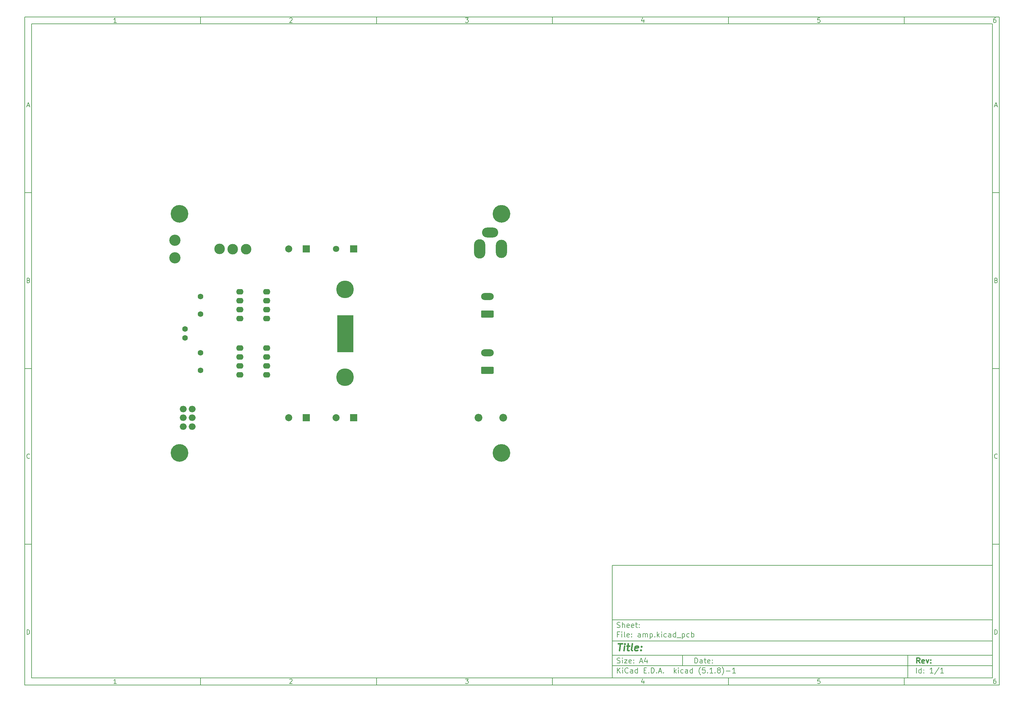
<source format=gbs>
G04 #@! TF.GenerationSoftware,KiCad,Pcbnew,(5.1.8)-1*
G04 #@! TF.CreationDate,2021-03-01T21:59:05+08:00*
G04 #@! TF.ProjectId,amp,616d702e-6b69-4636-9164-5f7063625858,rev?*
G04 #@! TF.SameCoordinates,Original*
G04 #@! TF.FileFunction,Soldermask,Bot*
G04 #@! TF.FilePolarity,Negative*
%FSLAX46Y46*%
G04 Gerber Fmt 4.6, Leading zero omitted, Abs format (unit mm)*
G04 Created by KiCad (PCBNEW (5.1.8)-1) date 2021-03-01 21:59:05*
%MOMM*%
%LPD*%
G01*
G04 APERTURE LIST*
%ADD10C,0.150000*%
%ADD11C,0.300000*%
%ADD12C,0.400000*%
%ADD13C,2.000000*%
%ADD14C,0.100000*%
%ADD15C,5.000000*%
%ADD16O,3.600000X2.000000*%
%ADD17C,2.560000*%
%ADD18C,1.600000*%
%ADD19O,2.200000X2.200000*%
%ADD20O,2.000000X1.800000*%
%ADD21C,3.200000*%
%ADD22C,3.000000*%
%ADD23O,4.600000X2.800000*%
%ADD24O,3.200000X5.500000*%
%ADD25O,3.200000X5.200000*%
%ADD26O,2.100000X1.600000*%
%ADD27C,1.800000*%
%ADD28R,2.000000X2.000000*%
%ADD29C,2.000000*%
G04 APERTURE END LIST*
D10*
X177002200Y-166007200D02*
X177002200Y-198007200D01*
X285002200Y-198007200D01*
X285002200Y-166007200D01*
X177002200Y-166007200D01*
X10000000Y-10000000D02*
X10000000Y-200007200D01*
X287002200Y-200007200D01*
X287002200Y-10000000D01*
X10000000Y-10000000D01*
X12000000Y-12000000D02*
X12000000Y-198007200D01*
X285002200Y-198007200D01*
X285002200Y-12000000D01*
X12000000Y-12000000D01*
X60000000Y-12000000D02*
X60000000Y-10000000D01*
X110000000Y-12000000D02*
X110000000Y-10000000D01*
X160000000Y-12000000D02*
X160000000Y-10000000D01*
X210000000Y-12000000D02*
X210000000Y-10000000D01*
X260000000Y-12000000D02*
X260000000Y-10000000D01*
X36065476Y-11588095D02*
X35322619Y-11588095D01*
X35694047Y-11588095D02*
X35694047Y-10288095D01*
X35570238Y-10473809D01*
X35446428Y-10597619D01*
X35322619Y-10659523D01*
X85322619Y-10411904D02*
X85384523Y-10350000D01*
X85508333Y-10288095D01*
X85817857Y-10288095D01*
X85941666Y-10350000D01*
X86003571Y-10411904D01*
X86065476Y-10535714D01*
X86065476Y-10659523D01*
X86003571Y-10845238D01*
X85260714Y-11588095D01*
X86065476Y-11588095D01*
X135260714Y-10288095D02*
X136065476Y-10288095D01*
X135632142Y-10783333D01*
X135817857Y-10783333D01*
X135941666Y-10845238D01*
X136003571Y-10907142D01*
X136065476Y-11030952D01*
X136065476Y-11340476D01*
X136003571Y-11464285D01*
X135941666Y-11526190D01*
X135817857Y-11588095D01*
X135446428Y-11588095D01*
X135322619Y-11526190D01*
X135260714Y-11464285D01*
X185941666Y-10721428D02*
X185941666Y-11588095D01*
X185632142Y-10226190D02*
X185322619Y-11154761D01*
X186127380Y-11154761D01*
X236003571Y-10288095D02*
X235384523Y-10288095D01*
X235322619Y-10907142D01*
X235384523Y-10845238D01*
X235508333Y-10783333D01*
X235817857Y-10783333D01*
X235941666Y-10845238D01*
X236003571Y-10907142D01*
X236065476Y-11030952D01*
X236065476Y-11340476D01*
X236003571Y-11464285D01*
X235941666Y-11526190D01*
X235817857Y-11588095D01*
X235508333Y-11588095D01*
X235384523Y-11526190D01*
X235322619Y-11464285D01*
X285941666Y-10288095D02*
X285694047Y-10288095D01*
X285570238Y-10350000D01*
X285508333Y-10411904D01*
X285384523Y-10597619D01*
X285322619Y-10845238D01*
X285322619Y-11340476D01*
X285384523Y-11464285D01*
X285446428Y-11526190D01*
X285570238Y-11588095D01*
X285817857Y-11588095D01*
X285941666Y-11526190D01*
X286003571Y-11464285D01*
X286065476Y-11340476D01*
X286065476Y-11030952D01*
X286003571Y-10907142D01*
X285941666Y-10845238D01*
X285817857Y-10783333D01*
X285570238Y-10783333D01*
X285446428Y-10845238D01*
X285384523Y-10907142D01*
X285322619Y-11030952D01*
X60000000Y-198007200D02*
X60000000Y-200007200D01*
X110000000Y-198007200D02*
X110000000Y-200007200D01*
X160000000Y-198007200D02*
X160000000Y-200007200D01*
X210000000Y-198007200D02*
X210000000Y-200007200D01*
X260000000Y-198007200D02*
X260000000Y-200007200D01*
X36065476Y-199595295D02*
X35322619Y-199595295D01*
X35694047Y-199595295D02*
X35694047Y-198295295D01*
X35570238Y-198481009D01*
X35446428Y-198604819D01*
X35322619Y-198666723D01*
X85322619Y-198419104D02*
X85384523Y-198357200D01*
X85508333Y-198295295D01*
X85817857Y-198295295D01*
X85941666Y-198357200D01*
X86003571Y-198419104D01*
X86065476Y-198542914D01*
X86065476Y-198666723D01*
X86003571Y-198852438D01*
X85260714Y-199595295D01*
X86065476Y-199595295D01*
X135260714Y-198295295D02*
X136065476Y-198295295D01*
X135632142Y-198790533D01*
X135817857Y-198790533D01*
X135941666Y-198852438D01*
X136003571Y-198914342D01*
X136065476Y-199038152D01*
X136065476Y-199347676D01*
X136003571Y-199471485D01*
X135941666Y-199533390D01*
X135817857Y-199595295D01*
X135446428Y-199595295D01*
X135322619Y-199533390D01*
X135260714Y-199471485D01*
X185941666Y-198728628D02*
X185941666Y-199595295D01*
X185632142Y-198233390D02*
X185322619Y-199161961D01*
X186127380Y-199161961D01*
X236003571Y-198295295D02*
X235384523Y-198295295D01*
X235322619Y-198914342D01*
X235384523Y-198852438D01*
X235508333Y-198790533D01*
X235817857Y-198790533D01*
X235941666Y-198852438D01*
X236003571Y-198914342D01*
X236065476Y-199038152D01*
X236065476Y-199347676D01*
X236003571Y-199471485D01*
X235941666Y-199533390D01*
X235817857Y-199595295D01*
X235508333Y-199595295D01*
X235384523Y-199533390D01*
X235322619Y-199471485D01*
X285941666Y-198295295D02*
X285694047Y-198295295D01*
X285570238Y-198357200D01*
X285508333Y-198419104D01*
X285384523Y-198604819D01*
X285322619Y-198852438D01*
X285322619Y-199347676D01*
X285384523Y-199471485D01*
X285446428Y-199533390D01*
X285570238Y-199595295D01*
X285817857Y-199595295D01*
X285941666Y-199533390D01*
X286003571Y-199471485D01*
X286065476Y-199347676D01*
X286065476Y-199038152D01*
X286003571Y-198914342D01*
X285941666Y-198852438D01*
X285817857Y-198790533D01*
X285570238Y-198790533D01*
X285446428Y-198852438D01*
X285384523Y-198914342D01*
X285322619Y-199038152D01*
X10000000Y-60000000D02*
X12000000Y-60000000D01*
X10000000Y-110000000D02*
X12000000Y-110000000D01*
X10000000Y-160000000D02*
X12000000Y-160000000D01*
X10690476Y-35216666D02*
X11309523Y-35216666D01*
X10566666Y-35588095D02*
X11000000Y-34288095D01*
X11433333Y-35588095D01*
X11092857Y-84907142D02*
X11278571Y-84969047D01*
X11340476Y-85030952D01*
X11402380Y-85154761D01*
X11402380Y-85340476D01*
X11340476Y-85464285D01*
X11278571Y-85526190D01*
X11154761Y-85588095D01*
X10659523Y-85588095D01*
X10659523Y-84288095D01*
X11092857Y-84288095D01*
X11216666Y-84350000D01*
X11278571Y-84411904D01*
X11340476Y-84535714D01*
X11340476Y-84659523D01*
X11278571Y-84783333D01*
X11216666Y-84845238D01*
X11092857Y-84907142D01*
X10659523Y-84907142D01*
X11402380Y-135464285D02*
X11340476Y-135526190D01*
X11154761Y-135588095D01*
X11030952Y-135588095D01*
X10845238Y-135526190D01*
X10721428Y-135402380D01*
X10659523Y-135278571D01*
X10597619Y-135030952D01*
X10597619Y-134845238D01*
X10659523Y-134597619D01*
X10721428Y-134473809D01*
X10845238Y-134350000D01*
X11030952Y-134288095D01*
X11154761Y-134288095D01*
X11340476Y-134350000D01*
X11402380Y-134411904D01*
X10659523Y-185588095D02*
X10659523Y-184288095D01*
X10969047Y-184288095D01*
X11154761Y-184350000D01*
X11278571Y-184473809D01*
X11340476Y-184597619D01*
X11402380Y-184845238D01*
X11402380Y-185030952D01*
X11340476Y-185278571D01*
X11278571Y-185402380D01*
X11154761Y-185526190D01*
X10969047Y-185588095D01*
X10659523Y-185588095D01*
X287002200Y-60000000D02*
X285002200Y-60000000D01*
X287002200Y-110000000D02*
X285002200Y-110000000D01*
X287002200Y-160000000D02*
X285002200Y-160000000D01*
X285692676Y-35216666D02*
X286311723Y-35216666D01*
X285568866Y-35588095D02*
X286002200Y-34288095D01*
X286435533Y-35588095D01*
X286095057Y-84907142D02*
X286280771Y-84969047D01*
X286342676Y-85030952D01*
X286404580Y-85154761D01*
X286404580Y-85340476D01*
X286342676Y-85464285D01*
X286280771Y-85526190D01*
X286156961Y-85588095D01*
X285661723Y-85588095D01*
X285661723Y-84288095D01*
X286095057Y-84288095D01*
X286218866Y-84350000D01*
X286280771Y-84411904D01*
X286342676Y-84535714D01*
X286342676Y-84659523D01*
X286280771Y-84783333D01*
X286218866Y-84845238D01*
X286095057Y-84907142D01*
X285661723Y-84907142D01*
X286404580Y-135464285D02*
X286342676Y-135526190D01*
X286156961Y-135588095D01*
X286033152Y-135588095D01*
X285847438Y-135526190D01*
X285723628Y-135402380D01*
X285661723Y-135278571D01*
X285599819Y-135030952D01*
X285599819Y-134845238D01*
X285661723Y-134597619D01*
X285723628Y-134473809D01*
X285847438Y-134350000D01*
X286033152Y-134288095D01*
X286156961Y-134288095D01*
X286342676Y-134350000D01*
X286404580Y-134411904D01*
X285661723Y-185588095D02*
X285661723Y-184288095D01*
X285971247Y-184288095D01*
X286156961Y-184350000D01*
X286280771Y-184473809D01*
X286342676Y-184597619D01*
X286404580Y-184845238D01*
X286404580Y-185030952D01*
X286342676Y-185278571D01*
X286280771Y-185402380D01*
X286156961Y-185526190D01*
X285971247Y-185588095D01*
X285661723Y-185588095D01*
X200434342Y-193785771D02*
X200434342Y-192285771D01*
X200791485Y-192285771D01*
X201005771Y-192357200D01*
X201148628Y-192500057D01*
X201220057Y-192642914D01*
X201291485Y-192928628D01*
X201291485Y-193142914D01*
X201220057Y-193428628D01*
X201148628Y-193571485D01*
X201005771Y-193714342D01*
X200791485Y-193785771D01*
X200434342Y-193785771D01*
X202577200Y-193785771D02*
X202577200Y-193000057D01*
X202505771Y-192857200D01*
X202362914Y-192785771D01*
X202077200Y-192785771D01*
X201934342Y-192857200D01*
X202577200Y-193714342D02*
X202434342Y-193785771D01*
X202077200Y-193785771D01*
X201934342Y-193714342D01*
X201862914Y-193571485D01*
X201862914Y-193428628D01*
X201934342Y-193285771D01*
X202077200Y-193214342D01*
X202434342Y-193214342D01*
X202577200Y-193142914D01*
X203077200Y-192785771D02*
X203648628Y-192785771D01*
X203291485Y-192285771D02*
X203291485Y-193571485D01*
X203362914Y-193714342D01*
X203505771Y-193785771D01*
X203648628Y-193785771D01*
X204720057Y-193714342D02*
X204577200Y-193785771D01*
X204291485Y-193785771D01*
X204148628Y-193714342D01*
X204077200Y-193571485D01*
X204077200Y-193000057D01*
X204148628Y-192857200D01*
X204291485Y-192785771D01*
X204577200Y-192785771D01*
X204720057Y-192857200D01*
X204791485Y-193000057D01*
X204791485Y-193142914D01*
X204077200Y-193285771D01*
X205434342Y-193642914D02*
X205505771Y-193714342D01*
X205434342Y-193785771D01*
X205362914Y-193714342D01*
X205434342Y-193642914D01*
X205434342Y-193785771D01*
X205434342Y-192857200D02*
X205505771Y-192928628D01*
X205434342Y-193000057D01*
X205362914Y-192928628D01*
X205434342Y-192857200D01*
X205434342Y-193000057D01*
X177002200Y-194507200D02*
X285002200Y-194507200D01*
X178434342Y-196585771D02*
X178434342Y-195085771D01*
X179291485Y-196585771D02*
X178648628Y-195728628D01*
X179291485Y-195085771D02*
X178434342Y-195942914D01*
X179934342Y-196585771D02*
X179934342Y-195585771D01*
X179934342Y-195085771D02*
X179862914Y-195157200D01*
X179934342Y-195228628D01*
X180005771Y-195157200D01*
X179934342Y-195085771D01*
X179934342Y-195228628D01*
X181505771Y-196442914D02*
X181434342Y-196514342D01*
X181220057Y-196585771D01*
X181077200Y-196585771D01*
X180862914Y-196514342D01*
X180720057Y-196371485D01*
X180648628Y-196228628D01*
X180577200Y-195942914D01*
X180577200Y-195728628D01*
X180648628Y-195442914D01*
X180720057Y-195300057D01*
X180862914Y-195157200D01*
X181077200Y-195085771D01*
X181220057Y-195085771D01*
X181434342Y-195157200D01*
X181505771Y-195228628D01*
X182791485Y-196585771D02*
X182791485Y-195800057D01*
X182720057Y-195657200D01*
X182577200Y-195585771D01*
X182291485Y-195585771D01*
X182148628Y-195657200D01*
X182791485Y-196514342D02*
X182648628Y-196585771D01*
X182291485Y-196585771D01*
X182148628Y-196514342D01*
X182077200Y-196371485D01*
X182077200Y-196228628D01*
X182148628Y-196085771D01*
X182291485Y-196014342D01*
X182648628Y-196014342D01*
X182791485Y-195942914D01*
X184148628Y-196585771D02*
X184148628Y-195085771D01*
X184148628Y-196514342D02*
X184005771Y-196585771D01*
X183720057Y-196585771D01*
X183577200Y-196514342D01*
X183505771Y-196442914D01*
X183434342Y-196300057D01*
X183434342Y-195871485D01*
X183505771Y-195728628D01*
X183577200Y-195657200D01*
X183720057Y-195585771D01*
X184005771Y-195585771D01*
X184148628Y-195657200D01*
X186005771Y-195800057D02*
X186505771Y-195800057D01*
X186720057Y-196585771D02*
X186005771Y-196585771D01*
X186005771Y-195085771D01*
X186720057Y-195085771D01*
X187362914Y-196442914D02*
X187434342Y-196514342D01*
X187362914Y-196585771D01*
X187291485Y-196514342D01*
X187362914Y-196442914D01*
X187362914Y-196585771D01*
X188077200Y-196585771D02*
X188077200Y-195085771D01*
X188434342Y-195085771D01*
X188648628Y-195157200D01*
X188791485Y-195300057D01*
X188862914Y-195442914D01*
X188934342Y-195728628D01*
X188934342Y-195942914D01*
X188862914Y-196228628D01*
X188791485Y-196371485D01*
X188648628Y-196514342D01*
X188434342Y-196585771D01*
X188077200Y-196585771D01*
X189577200Y-196442914D02*
X189648628Y-196514342D01*
X189577200Y-196585771D01*
X189505771Y-196514342D01*
X189577200Y-196442914D01*
X189577200Y-196585771D01*
X190220057Y-196157200D02*
X190934342Y-196157200D01*
X190077200Y-196585771D02*
X190577200Y-195085771D01*
X191077200Y-196585771D01*
X191577200Y-196442914D02*
X191648628Y-196514342D01*
X191577200Y-196585771D01*
X191505771Y-196514342D01*
X191577200Y-196442914D01*
X191577200Y-196585771D01*
X194577200Y-196585771D02*
X194577200Y-195085771D01*
X194720057Y-196014342D02*
X195148628Y-196585771D01*
X195148628Y-195585771D02*
X194577200Y-196157200D01*
X195791485Y-196585771D02*
X195791485Y-195585771D01*
X195791485Y-195085771D02*
X195720057Y-195157200D01*
X195791485Y-195228628D01*
X195862914Y-195157200D01*
X195791485Y-195085771D01*
X195791485Y-195228628D01*
X197148628Y-196514342D02*
X197005771Y-196585771D01*
X196720057Y-196585771D01*
X196577200Y-196514342D01*
X196505771Y-196442914D01*
X196434342Y-196300057D01*
X196434342Y-195871485D01*
X196505771Y-195728628D01*
X196577200Y-195657200D01*
X196720057Y-195585771D01*
X197005771Y-195585771D01*
X197148628Y-195657200D01*
X198434342Y-196585771D02*
X198434342Y-195800057D01*
X198362914Y-195657200D01*
X198220057Y-195585771D01*
X197934342Y-195585771D01*
X197791485Y-195657200D01*
X198434342Y-196514342D02*
X198291485Y-196585771D01*
X197934342Y-196585771D01*
X197791485Y-196514342D01*
X197720057Y-196371485D01*
X197720057Y-196228628D01*
X197791485Y-196085771D01*
X197934342Y-196014342D01*
X198291485Y-196014342D01*
X198434342Y-195942914D01*
X199791485Y-196585771D02*
X199791485Y-195085771D01*
X199791485Y-196514342D02*
X199648628Y-196585771D01*
X199362914Y-196585771D01*
X199220057Y-196514342D01*
X199148628Y-196442914D01*
X199077200Y-196300057D01*
X199077200Y-195871485D01*
X199148628Y-195728628D01*
X199220057Y-195657200D01*
X199362914Y-195585771D01*
X199648628Y-195585771D01*
X199791485Y-195657200D01*
X202077200Y-197157200D02*
X202005771Y-197085771D01*
X201862914Y-196871485D01*
X201791485Y-196728628D01*
X201720057Y-196514342D01*
X201648628Y-196157200D01*
X201648628Y-195871485D01*
X201720057Y-195514342D01*
X201791485Y-195300057D01*
X201862914Y-195157200D01*
X202005771Y-194942914D01*
X202077200Y-194871485D01*
X203362914Y-195085771D02*
X202648628Y-195085771D01*
X202577200Y-195800057D01*
X202648628Y-195728628D01*
X202791485Y-195657200D01*
X203148628Y-195657200D01*
X203291485Y-195728628D01*
X203362914Y-195800057D01*
X203434342Y-195942914D01*
X203434342Y-196300057D01*
X203362914Y-196442914D01*
X203291485Y-196514342D01*
X203148628Y-196585771D01*
X202791485Y-196585771D01*
X202648628Y-196514342D01*
X202577200Y-196442914D01*
X204077200Y-196442914D02*
X204148628Y-196514342D01*
X204077200Y-196585771D01*
X204005771Y-196514342D01*
X204077200Y-196442914D01*
X204077200Y-196585771D01*
X205577200Y-196585771D02*
X204720057Y-196585771D01*
X205148628Y-196585771D02*
X205148628Y-195085771D01*
X205005771Y-195300057D01*
X204862914Y-195442914D01*
X204720057Y-195514342D01*
X206220057Y-196442914D02*
X206291485Y-196514342D01*
X206220057Y-196585771D01*
X206148628Y-196514342D01*
X206220057Y-196442914D01*
X206220057Y-196585771D01*
X207148628Y-195728628D02*
X207005771Y-195657200D01*
X206934342Y-195585771D01*
X206862914Y-195442914D01*
X206862914Y-195371485D01*
X206934342Y-195228628D01*
X207005771Y-195157200D01*
X207148628Y-195085771D01*
X207434342Y-195085771D01*
X207577200Y-195157200D01*
X207648628Y-195228628D01*
X207720057Y-195371485D01*
X207720057Y-195442914D01*
X207648628Y-195585771D01*
X207577200Y-195657200D01*
X207434342Y-195728628D01*
X207148628Y-195728628D01*
X207005771Y-195800057D01*
X206934342Y-195871485D01*
X206862914Y-196014342D01*
X206862914Y-196300057D01*
X206934342Y-196442914D01*
X207005771Y-196514342D01*
X207148628Y-196585771D01*
X207434342Y-196585771D01*
X207577200Y-196514342D01*
X207648628Y-196442914D01*
X207720057Y-196300057D01*
X207720057Y-196014342D01*
X207648628Y-195871485D01*
X207577200Y-195800057D01*
X207434342Y-195728628D01*
X208220057Y-197157200D02*
X208291485Y-197085771D01*
X208434342Y-196871485D01*
X208505771Y-196728628D01*
X208577200Y-196514342D01*
X208648628Y-196157200D01*
X208648628Y-195871485D01*
X208577200Y-195514342D01*
X208505771Y-195300057D01*
X208434342Y-195157200D01*
X208291485Y-194942914D01*
X208220057Y-194871485D01*
X209362914Y-196014342D02*
X210505771Y-196014342D01*
X212005771Y-196585771D02*
X211148628Y-196585771D01*
X211577200Y-196585771D02*
X211577200Y-195085771D01*
X211434342Y-195300057D01*
X211291485Y-195442914D01*
X211148628Y-195514342D01*
X177002200Y-191507200D02*
X285002200Y-191507200D01*
D11*
X264411485Y-193785771D02*
X263911485Y-193071485D01*
X263554342Y-193785771D02*
X263554342Y-192285771D01*
X264125771Y-192285771D01*
X264268628Y-192357200D01*
X264340057Y-192428628D01*
X264411485Y-192571485D01*
X264411485Y-192785771D01*
X264340057Y-192928628D01*
X264268628Y-193000057D01*
X264125771Y-193071485D01*
X263554342Y-193071485D01*
X265625771Y-193714342D02*
X265482914Y-193785771D01*
X265197200Y-193785771D01*
X265054342Y-193714342D01*
X264982914Y-193571485D01*
X264982914Y-193000057D01*
X265054342Y-192857200D01*
X265197200Y-192785771D01*
X265482914Y-192785771D01*
X265625771Y-192857200D01*
X265697200Y-193000057D01*
X265697200Y-193142914D01*
X264982914Y-193285771D01*
X266197200Y-192785771D02*
X266554342Y-193785771D01*
X266911485Y-192785771D01*
X267482914Y-193642914D02*
X267554342Y-193714342D01*
X267482914Y-193785771D01*
X267411485Y-193714342D01*
X267482914Y-193642914D01*
X267482914Y-193785771D01*
X267482914Y-192857200D02*
X267554342Y-192928628D01*
X267482914Y-193000057D01*
X267411485Y-192928628D01*
X267482914Y-192857200D01*
X267482914Y-193000057D01*
D10*
X178362914Y-193714342D02*
X178577200Y-193785771D01*
X178934342Y-193785771D01*
X179077200Y-193714342D01*
X179148628Y-193642914D01*
X179220057Y-193500057D01*
X179220057Y-193357200D01*
X179148628Y-193214342D01*
X179077200Y-193142914D01*
X178934342Y-193071485D01*
X178648628Y-193000057D01*
X178505771Y-192928628D01*
X178434342Y-192857200D01*
X178362914Y-192714342D01*
X178362914Y-192571485D01*
X178434342Y-192428628D01*
X178505771Y-192357200D01*
X178648628Y-192285771D01*
X179005771Y-192285771D01*
X179220057Y-192357200D01*
X179862914Y-193785771D02*
X179862914Y-192785771D01*
X179862914Y-192285771D02*
X179791485Y-192357200D01*
X179862914Y-192428628D01*
X179934342Y-192357200D01*
X179862914Y-192285771D01*
X179862914Y-192428628D01*
X180434342Y-192785771D02*
X181220057Y-192785771D01*
X180434342Y-193785771D01*
X181220057Y-193785771D01*
X182362914Y-193714342D02*
X182220057Y-193785771D01*
X181934342Y-193785771D01*
X181791485Y-193714342D01*
X181720057Y-193571485D01*
X181720057Y-193000057D01*
X181791485Y-192857200D01*
X181934342Y-192785771D01*
X182220057Y-192785771D01*
X182362914Y-192857200D01*
X182434342Y-193000057D01*
X182434342Y-193142914D01*
X181720057Y-193285771D01*
X183077200Y-193642914D02*
X183148628Y-193714342D01*
X183077200Y-193785771D01*
X183005771Y-193714342D01*
X183077200Y-193642914D01*
X183077200Y-193785771D01*
X183077200Y-192857200D02*
X183148628Y-192928628D01*
X183077200Y-193000057D01*
X183005771Y-192928628D01*
X183077200Y-192857200D01*
X183077200Y-193000057D01*
X184862914Y-193357200D02*
X185577200Y-193357200D01*
X184720057Y-193785771D02*
X185220057Y-192285771D01*
X185720057Y-193785771D01*
X186862914Y-192785771D02*
X186862914Y-193785771D01*
X186505771Y-192214342D02*
X186148628Y-193285771D01*
X187077200Y-193285771D01*
X263434342Y-196585771D02*
X263434342Y-195085771D01*
X264791485Y-196585771D02*
X264791485Y-195085771D01*
X264791485Y-196514342D02*
X264648628Y-196585771D01*
X264362914Y-196585771D01*
X264220057Y-196514342D01*
X264148628Y-196442914D01*
X264077200Y-196300057D01*
X264077200Y-195871485D01*
X264148628Y-195728628D01*
X264220057Y-195657200D01*
X264362914Y-195585771D01*
X264648628Y-195585771D01*
X264791485Y-195657200D01*
X265505771Y-196442914D02*
X265577200Y-196514342D01*
X265505771Y-196585771D01*
X265434342Y-196514342D01*
X265505771Y-196442914D01*
X265505771Y-196585771D01*
X265505771Y-195657200D02*
X265577200Y-195728628D01*
X265505771Y-195800057D01*
X265434342Y-195728628D01*
X265505771Y-195657200D01*
X265505771Y-195800057D01*
X268148628Y-196585771D02*
X267291485Y-196585771D01*
X267720057Y-196585771D02*
X267720057Y-195085771D01*
X267577200Y-195300057D01*
X267434342Y-195442914D01*
X267291485Y-195514342D01*
X269862914Y-195014342D02*
X268577200Y-196942914D01*
X271148628Y-196585771D02*
X270291485Y-196585771D01*
X270720057Y-196585771D02*
X270720057Y-195085771D01*
X270577200Y-195300057D01*
X270434342Y-195442914D01*
X270291485Y-195514342D01*
X177002200Y-187507200D02*
X285002200Y-187507200D01*
D12*
X178714580Y-188211961D02*
X179857438Y-188211961D01*
X179036009Y-190211961D02*
X179286009Y-188211961D01*
X180274104Y-190211961D02*
X180440771Y-188878628D01*
X180524104Y-188211961D02*
X180416961Y-188307200D01*
X180500295Y-188402438D01*
X180607438Y-188307200D01*
X180524104Y-188211961D01*
X180500295Y-188402438D01*
X181107438Y-188878628D02*
X181869342Y-188878628D01*
X181476485Y-188211961D02*
X181262200Y-189926247D01*
X181333628Y-190116723D01*
X181512200Y-190211961D01*
X181702676Y-190211961D01*
X182655057Y-190211961D02*
X182476485Y-190116723D01*
X182405057Y-189926247D01*
X182619342Y-188211961D01*
X184190771Y-190116723D02*
X183988390Y-190211961D01*
X183607438Y-190211961D01*
X183428866Y-190116723D01*
X183357438Y-189926247D01*
X183452676Y-189164342D01*
X183571723Y-188973866D01*
X183774104Y-188878628D01*
X184155057Y-188878628D01*
X184333628Y-188973866D01*
X184405057Y-189164342D01*
X184381247Y-189354819D01*
X183405057Y-189545295D01*
X185155057Y-190021485D02*
X185238390Y-190116723D01*
X185131247Y-190211961D01*
X185047914Y-190116723D01*
X185155057Y-190021485D01*
X185131247Y-190211961D01*
X185286009Y-188973866D02*
X185369342Y-189069104D01*
X185262200Y-189164342D01*
X185178866Y-189069104D01*
X185286009Y-188973866D01*
X185262200Y-189164342D01*
D10*
X178934342Y-185600057D02*
X178434342Y-185600057D01*
X178434342Y-186385771D02*
X178434342Y-184885771D01*
X179148628Y-184885771D01*
X179720057Y-186385771D02*
X179720057Y-185385771D01*
X179720057Y-184885771D02*
X179648628Y-184957200D01*
X179720057Y-185028628D01*
X179791485Y-184957200D01*
X179720057Y-184885771D01*
X179720057Y-185028628D01*
X180648628Y-186385771D02*
X180505771Y-186314342D01*
X180434342Y-186171485D01*
X180434342Y-184885771D01*
X181791485Y-186314342D02*
X181648628Y-186385771D01*
X181362914Y-186385771D01*
X181220057Y-186314342D01*
X181148628Y-186171485D01*
X181148628Y-185600057D01*
X181220057Y-185457200D01*
X181362914Y-185385771D01*
X181648628Y-185385771D01*
X181791485Y-185457200D01*
X181862914Y-185600057D01*
X181862914Y-185742914D01*
X181148628Y-185885771D01*
X182505771Y-186242914D02*
X182577200Y-186314342D01*
X182505771Y-186385771D01*
X182434342Y-186314342D01*
X182505771Y-186242914D01*
X182505771Y-186385771D01*
X182505771Y-185457200D02*
X182577200Y-185528628D01*
X182505771Y-185600057D01*
X182434342Y-185528628D01*
X182505771Y-185457200D01*
X182505771Y-185600057D01*
X185005771Y-186385771D02*
X185005771Y-185600057D01*
X184934342Y-185457200D01*
X184791485Y-185385771D01*
X184505771Y-185385771D01*
X184362914Y-185457200D01*
X185005771Y-186314342D02*
X184862914Y-186385771D01*
X184505771Y-186385771D01*
X184362914Y-186314342D01*
X184291485Y-186171485D01*
X184291485Y-186028628D01*
X184362914Y-185885771D01*
X184505771Y-185814342D01*
X184862914Y-185814342D01*
X185005771Y-185742914D01*
X185720057Y-186385771D02*
X185720057Y-185385771D01*
X185720057Y-185528628D02*
X185791485Y-185457200D01*
X185934342Y-185385771D01*
X186148628Y-185385771D01*
X186291485Y-185457200D01*
X186362914Y-185600057D01*
X186362914Y-186385771D01*
X186362914Y-185600057D02*
X186434342Y-185457200D01*
X186577200Y-185385771D01*
X186791485Y-185385771D01*
X186934342Y-185457200D01*
X187005771Y-185600057D01*
X187005771Y-186385771D01*
X187720057Y-185385771D02*
X187720057Y-186885771D01*
X187720057Y-185457200D02*
X187862914Y-185385771D01*
X188148628Y-185385771D01*
X188291485Y-185457200D01*
X188362914Y-185528628D01*
X188434342Y-185671485D01*
X188434342Y-186100057D01*
X188362914Y-186242914D01*
X188291485Y-186314342D01*
X188148628Y-186385771D01*
X187862914Y-186385771D01*
X187720057Y-186314342D01*
X189077200Y-186242914D02*
X189148628Y-186314342D01*
X189077200Y-186385771D01*
X189005771Y-186314342D01*
X189077200Y-186242914D01*
X189077200Y-186385771D01*
X189791485Y-186385771D02*
X189791485Y-184885771D01*
X189934342Y-185814342D02*
X190362914Y-186385771D01*
X190362914Y-185385771D02*
X189791485Y-185957200D01*
X191005771Y-186385771D02*
X191005771Y-185385771D01*
X191005771Y-184885771D02*
X190934342Y-184957200D01*
X191005771Y-185028628D01*
X191077200Y-184957200D01*
X191005771Y-184885771D01*
X191005771Y-185028628D01*
X192362914Y-186314342D02*
X192220057Y-186385771D01*
X191934342Y-186385771D01*
X191791485Y-186314342D01*
X191720057Y-186242914D01*
X191648628Y-186100057D01*
X191648628Y-185671485D01*
X191720057Y-185528628D01*
X191791485Y-185457200D01*
X191934342Y-185385771D01*
X192220057Y-185385771D01*
X192362914Y-185457200D01*
X193648628Y-186385771D02*
X193648628Y-185600057D01*
X193577200Y-185457200D01*
X193434342Y-185385771D01*
X193148628Y-185385771D01*
X193005771Y-185457200D01*
X193648628Y-186314342D02*
X193505771Y-186385771D01*
X193148628Y-186385771D01*
X193005771Y-186314342D01*
X192934342Y-186171485D01*
X192934342Y-186028628D01*
X193005771Y-185885771D01*
X193148628Y-185814342D01*
X193505771Y-185814342D01*
X193648628Y-185742914D01*
X195005771Y-186385771D02*
X195005771Y-184885771D01*
X195005771Y-186314342D02*
X194862914Y-186385771D01*
X194577200Y-186385771D01*
X194434342Y-186314342D01*
X194362914Y-186242914D01*
X194291485Y-186100057D01*
X194291485Y-185671485D01*
X194362914Y-185528628D01*
X194434342Y-185457200D01*
X194577200Y-185385771D01*
X194862914Y-185385771D01*
X195005771Y-185457200D01*
X195362914Y-186528628D02*
X196505771Y-186528628D01*
X196862914Y-185385771D02*
X196862914Y-186885771D01*
X196862914Y-185457200D02*
X197005771Y-185385771D01*
X197291485Y-185385771D01*
X197434342Y-185457200D01*
X197505771Y-185528628D01*
X197577200Y-185671485D01*
X197577200Y-186100057D01*
X197505771Y-186242914D01*
X197434342Y-186314342D01*
X197291485Y-186385771D01*
X197005771Y-186385771D01*
X196862914Y-186314342D01*
X198862914Y-186314342D02*
X198720057Y-186385771D01*
X198434342Y-186385771D01*
X198291485Y-186314342D01*
X198220057Y-186242914D01*
X198148628Y-186100057D01*
X198148628Y-185671485D01*
X198220057Y-185528628D01*
X198291485Y-185457200D01*
X198434342Y-185385771D01*
X198720057Y-185385771D01*
X198862914Y-185457200D01*
X199505771Y-186385771D02*
X199505771Y-184885771D01*
X199505771Y-185457200D02*
X199648628Y-185385771D01*
X199934342Y-185385771D01*
X200077200Y-185457200D01*
X200148628Y-185528628D01*
X200220057Y-185671485D01*
X200220057Y-186100057D01*
X200148628Y-186242914D01*
X200077200Y-186314342D01*
X199934342Y-186385771D01*
X199648628Y-186385771D01*
X199505771Y-186314342D01*
X177002200Y-181507200D02*
X285002200Y-181507200D01*
X178362914Y-183614342D02*
X178577200Y-183685771D01*
X178934342Y-183685771D01*
X179077200Y-183614342D01*
X179148628Y-183542914D01*
X179220057Y-183400057D01*
X179220057Y-183257200D01*
X179148628Y-183114342D01*
X179077200Y-183042914D01*
X178934342Y-182971485D01*
X178648628Y-182900057D01*
X178505771Y-182828628D01*
X178434342Y-182757200D01*
X178362914Y-182614342D01*
X178362914Y-182471485D01*
X178434342Y-182328628D01*
X178505771Y-182257200D01*
X178648628Y-182185771D01*
X179005771Y-182185771D01*
X179220057Y-182257200D01*
X179862914Y-183685771D02*
X179862914Y-182185771D01*
X180505771Y-183685771D02*
X180505771Y-182900057D01*
X180434342Y-182757200D01*
X180291485Y-182685771D01*
X180077200Y-182685771D01*
X179934342Y-182757200D01*
X179862914Y-182828628D01*
X181791485Y-183614342D02*
X181648628Y-183685771D01*
X181362914Y-183685771D01*
X181220057Y-183614342D01*
X181148628Y-183471485D01*
X181148628Y-182900057D01*
X181220057Y-182757200D01*
X181362914Y-182685771D01*
X181648628Y-182685771D01*
X181791485Y-182757200D01*
X181862914Y-182900057D01*
X181862914Y-183042914D01*
X181148628Y-183185771D01*
X183077200Y-183614342D02*
X182934342Y-183685771D01*
X182648628Y-183685771D01*
X182505771Y-183614342D01*
X182434342Y-183471485D01*
X182434342Y-182900057D01*
X182505771Y-182757200D01*
X182648628Y-182685771D01*
X182934342Y-182685771D01*
X183077200Y-182757200D01*
X183148628Y-182900057D01*
X183148628Y-183042914D01*
X182434342Y-183185771D01*
X183577200Y-182685771D02*
X184148628Y-182685771D01*
X183791485Y-182185771D02*
X183791485Y-183471485D01*
X183862914Y-183614342D01*
X184005771Y-183685771D01*
X184148628Y-183685771D01*
X184648628Y-183542914D02*
X184720057Y-183614342D01*
X184648628Y-183685771D01*
X184577200Y-183614342D01*
X184648628Y-183542914D01*
X184648628Y-183685771D01*
X184648628Y-182757200D02*
X184720057Y-182828628D01*
X184648628Y-182900057D01*
X184577200Y-182828628D01*
X184648628Y-182757200D01*
X184648628Y-182900057D01*
X197002200Y-191507200D02*
X197002200Y-194507200D01*
X261002200Y-191507200D02*
X261002200Y-198007200D01*
D13*
X147000000Y-134000000D02*
G75*
G03*
X147000000Y-134000000I-1500000J0D01*
G01*
X55500000Y-134000000D02*
G75*
G03*
X55500000Y-134000000I-1500000J0D01*
G01*
X147000000Y-66000000D02*
G75*
G03*
X147000000Y-66000000I-1500000J0D01*
G01*
X55500000Y-66000000D02*
G75*
G03*
X55500000Y-66000000I-1500000J0D01*
G01*
D14*
G36*
X103300000Y-105250000D02*
G01*
X98800000Y-105250000D01*
X98800000Y-94850000D01*
X103300000Y-94850000D01*
X103300000Y-105250000D01*
G37*
X103300000Y-105250000D02*
X98800000Y-105250000D01*
X98800000Y-94850000D01*
X103300000Y-94850000D01*
X103300000Y-105250000D01*
D15*
X101000000Y-112500000D03*
X101000000Y-87500000D03*
D16*
X141500000Y-105500000D03*
G36*
G01*
X143050000Y-111500000D02*
X139950000Y-111500000D01*
G75*
G02*
X139700000Y-111250000I0J250000D01*
G01*
X139700000Y-109750000D01*
G75*
G02*
X139950000Y-109500000I250000J0D01*
G01*
X143050000Y-109500000D01*
G75*
G02*
X143300000Y-109750000I0J-250000D01*
G01*
X143300000Y-111250000D01*
G75*
G02*
X143050000Y-111500000I-250000J0D01*
G01*
G37*
G36*
G01*
X143050000Y-95500000D02*
X139950000Y-95500000D01*
G75*
G02*
X139700000Y-95250000I0J250000D01*
G01*
X139700000Y-93750000D01*
G75*
G02*
X139950000Y-93500000I250000J0D01*
G01*
X143050000Y-93500000D01*
G75*
G02*
X143300000Y-93750000I0J-250000D01*
G01*
X143300000Y-95250000D01*
G75*
G02*
X143050000Y-95500000I-250000J0D01*
G01*
G37*
X141500000Y-89500000D03*
D17*
X145500000Y-134000000D03*
X145500000Y-66000000D03*
X54000000Y-66000000D03*
X54000000Y-134000000D03*
D18*
X55550000Y-101270000D03*
X55550000Y-98730000D03*
X60000000Y-105500000D03*
X60000000Y-110500000D03*
X60000000Y-94500000D03*
X60000000Y-89500000D03*
D19*
X139000000Y-124000000D03*
X146000000Y-124000000D03*
D20*
X55100000Y-126500000D03*
X55100000Y-124000000D03*
X55100000Y-121500000D03*
X57600000Y-121500000D03*
X57600000Y-124000000D03*
X57600000Y-126500000D03*
D21*
X52660000Y-73500000D03*
D22*
X69160000Y-76020000D03*
X72960000Y-76080000D03*
X65360000Y-76000000D03*
D21*
X52660000Y-78500000D03*
D23*
X142300000Y-71300000D03*
D24*
X139300000Y-76000000D03*
D25*
X145500000Y-76000000D03*
D26*
X71190000Y-88190000D03*
X71190000Y-90730000D03*
X71190000Y-93270000D03*
X71190000Y-95810000D03*
X78810000Y-95810000D03*
X78810000Y-93270000D03*
X78810000Y-90730000D03*
X78810000Y-88190000D03*
X78810000Y-104190000D03*
X78810000Y-106730000D03*
X78810000Y-109270000D03*
X78810000Y-111810000D03*
X71190000Y-111810000D03*
X71190000Y-109270000D03*
X71190000Y-106730000D03*
X71190000Y-104190000D03*
D27*
X98500000Y-76000000D03*
D28*
X103500000Y-76000000D03*
X103500000Y-124000000D03*
D29*
X98500000Y-124000000D03*
X85000000Y-76000000D03*
D28*
X90000000Y-76000000D03*
X90000000Y-124000000D03*
D29*
X85000000Y-124000000D03*
M02*

</source>
